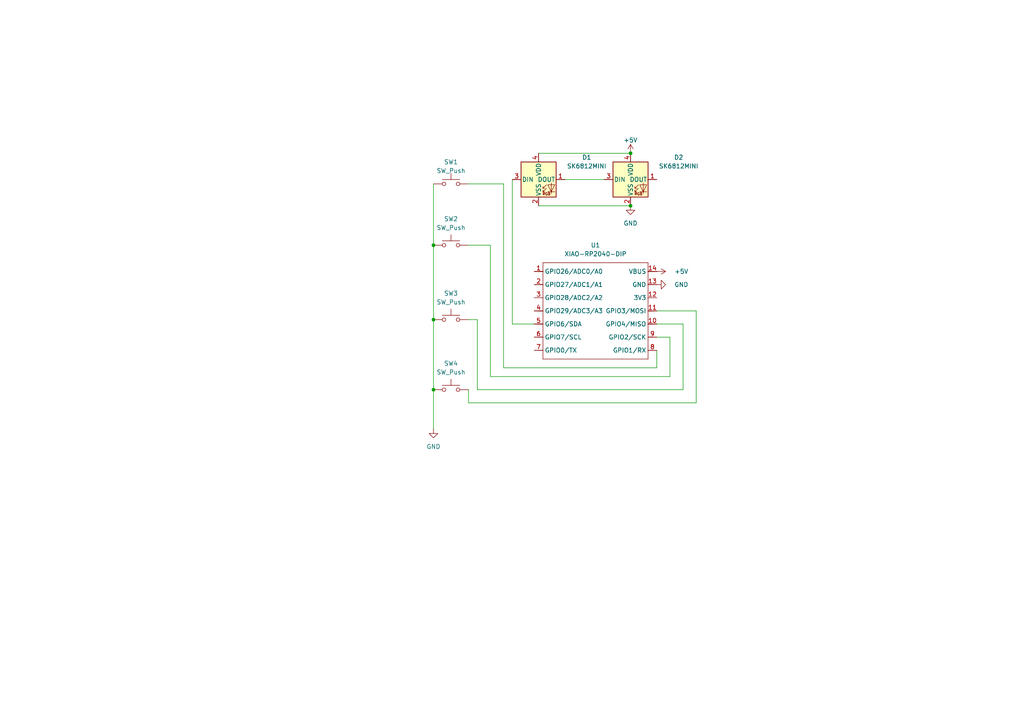
<source format=kicad_sch>
(kicad_sch (version 20250114) (generator "eeschema") (generator_version "9.0")
  (paper "A4")
  (lib_symbols
    (symbol "LED:SK6812MINI" (pin_names (offset 0.254))
      (property "Reference" "D" (at 5.08 5.715 0))
      (property "Value" "SK6812MINI" (at 1.27 -5.715 0))
      (symbol "SK6812MINI_0_0"
        (text "RGB" (at 2.286 -4.191 0) (effects (font (size 0.762 0.762))))
      )
      (symbol "SK6812MINI_0_1"
        (polyline (pts (xy 1.27 -2.54) (xy 1.778 -2.54)))
        (polyline (pts (xy 1.27 -3.556) (xy 1.778 -3.556)))
        (polyline (pts (xy 2.286 -1.524) (xy 1.27 -2.54) (xy 1.27 -2.032)))
        (polyline (pts (xy 2.286 -2.54) (xy 1.27 -3.556) (xy 1.27 -3.048)))
        (polyline (pts (xy 3.683 -1.016) (xy 3.683 -3.556) (xy 3.683 -4.064)))
        (polyline (pts (xy 4.699 -1.524) (xy 2.667 -1.524) (xy 3.683 -3.556) (xy 4.699 -1.524)))
        (polyline (pts (xy 4.699 -3.556) (xy 2.667 -3.556)))
        (rectangle (start 5.08 5.08) (end -5.08 -5.08) (stroke (width 0.254)) (fill (type background)))
      )
      (symbol "SK6812MINI_1_1"
        (pin input line (at -7.62 0 0) (length 2.54) (name "DIN") (number "3"))
        (pin power_in line (at 0 7.62 270) (length 2.54) (name "VDD") (number "4"))
        (pin power_in line (at 0 -7.62 90) (length 2.54) (name "VSS") (number "2"))
        (pin output line (at 7.62 0 180) (length 2.54) (name "DOUT") (number "1"))
      )
    )
    (symbol "SSHub_symbol:XIAO-RP2040-DIP"
      (property "Reference" "U" (at 0 0 0))
      (property "Value" "XIAO-RP2040-DIP" (at 5.334 -1.778 0))
      (symbol "XIAO-RP2040-DIP_1_0"
        (polyline (pts (xy -1.27 -2.54) (xy 29.21 -2.54)) (stroke (width 0.1524)))
        (polyline (pts (xy -1.27 -5.08) (xy -2.54 -5.08)) (stroke (width 0.1524)))
        (polyline (pts (xy -1.27 -5.08) (xy -1.27 -2.54)) (stroke (width 0.1524)))
        (polyline (pts (xy -1.27 -8.89) (xy -2.54 -8.89)) (stroke (width 0.1524)))
        (polyline (pts (xy -1.27 -8.89) (xy -1.27 -5.08)) (stroke (width 0.1524)))
        (polyline (pts (xy -1.27 -12.7) (xy -2.54 -12.7)) (stroke (width 0.1524)))
        (polyline (pts (xy -1.27 -12.7) (xy -1.27 -8.89)) (stroke (width 0.1524)))
        (polyline (pts (xy -1.27 -16.51) (xy -2.54 -16.51)) (stroke (width 0.1524)))
        (polyline (pts (xy -1.27 -16.51) (xy -1.27 -12.7)) (stroke (width 0.1524)))
        (polyline (pts (xy -1.27 -20.32) (xy -2.54 -20.32)) (stroke (width 0.1524)))
        (polyline (pts (xy -1.27 -24.13) (xy -2.54 -24.13)) (stroke (width 0.1524)))
        (polyline (pts (xy -1.27 -27.94) (xy -2.54 -27.94)) (stroke (width 0.1524)))
        (polyline (pts (xy -1.27 -30.48) (xy -1.27 -16.51)) (stroke (width 0.1524)))
        (polyline (pts (xy 29.21 -2.54) (xy 29.21 -5.08)) (stroke (width 0.1524)))
        (polyline (pts (xy 29.21 -5.08) (xy 29.21 -8.89)) (stroke (width 0.1524)))
        (polyline (pts (xy 29.21 -8.89) (xy 29.21 -12.7)) (stroke (width 0.1524)))
        (polyline (pts (xy 29.21 -12.7) (xy 29.21 -30.48)) (stroke (width 0.1524)))
        (polyline (pts (xy 29.21 -30.48) (xy -1.27 -30.48)) (stroke (width 0.1524)))
        (polyline (pts (xy 30.48 -5.08) (xy 29.21 -5.08)) (stroke (width 0.1524)))
        (polyline (pts (xy 30.48 -8.89) (xy 29.21 -8.89)) (stroke (width 0.1524)))
        (polyline (pts (xy 30.48 -12.7) (xy 29.21 -12.7)) (stroke (width 0.1524)))
        (polyline (pts (xy 30.48 -16.51) (xy 29.21 -16.51)) (stroke (width 0.1524)))
        (polyline (pts (xy 30.48 -20.32) (xy 29.21 -20.32)) (stroke (width 0.1524)))
        (polyline (pts (xy 30.48 -24.13) (xy 29.21 -24.13)) (stroke (width 0.1524)))
        (polyline (pts (xy 30.48 -27.94) (xy 29.21 -27.94)) (stroke (width 0.1524)))
        (pin passive line (at -3.81 -5.08 0) (length 2.54) (name "GPIO26/ADC0/A0") (number "1"))
        (pin passive line (at -3.81 -8.89 0) (length 2.54) (name "GPIO27/ADC1/A1") (number "2"))
        (pin passive line (at -3.81 -12.7 0) (length 2.54) (name "GPIO28/ADC2/A2") (number "3"))
        (pin passive line (at -3.81 -16.51 0) (length 2.54) (name "GPIO29/ADC3/A3") (number "4"))
        (pin passive line (at -3.81 -20.32 0) (length 2.54) (name "GPIO6/SDA") (number "5"))
        (pin passive line (at -3.81 -24.13 0) (length 2.54) (name "GPIO7/SCL") (number "6"))
        (pin passive line (at -3.81 -27.94 0) (length 2.54) (name "GPIO0/TX") (number "7"))
        (pin passive line (at 31.75 -5.08 180) (length 2.54) (name "VBUS") (number "14"))
        (pin passive line (at 31.75 -8.89 180) (length 2.54) (name "GND") (number "13"))
        (pin passive line (at 31.75 -12.7 180) (length 2.54) (name "3V3") (number "12"))
        (pin passive line (at 31.75 -16.51 180) (length 2.54) (name "GPIO3/MOSI") (number "11"))
        (pin passive line (at 31.75 -20.32 180) (length 2.54) (name "GPIO4/MISO") (number "10"))
        (pin passive line (at 31.75 -24.13 180) (length 2.54) (name "GPIO2/SCK") (number "9"))
        (pin passive line (at 31.75 -27.94 180) (length 2.54) (name "GPIO1/RX") (number "8"))
      )
    )
    (symbol "Switch:SW_Push" (pin_numbers (hide yes)) (pin_names (offset 1.016) (hide yes))
      (property "Reference" "SW" (at 1.27 2.54 0))
      (property "Value" "SW_Push" (at 0 -1.524 0))
      (symbol "SW_Push_0_1"
        (circle (center -2.032 0) (radius 0.508))
        (polyline (pts (xy 0 1.27) (xy 0 3.048)))
        (circle (center 2.032 0) (radius 0.508))
        (polyline (pts (xy 2.54 1.27) (xy -2.54 1.27)))
        (pin passive line (at -5.08 0 0) (length 2.54) (name "1") (number "1"))
        (pin passive line (at 5.08 0 180) (length 2.54) (name "2") (number "2"))
      )
    )
    (symbol "power:+5V" (power) (pin_numbers (hide yes)) (pin_names (offset 0) (hide yes))
      (property "Value" "+5V" (at 0 3.556 0))
      (symbol "+5V_0_1"
        (polyline (pts (xy -0.762 1.27) (xy 0 2.54)))
        (polyline (pts (xy 0 2.54) (xy 0.762 1.27)))
        (polyline (pts (xy 0 0) (xy 0 2.54)))
      )
      (symbol "+5V_1_1"
        (pin power_in line (at 0 0 90) (length 0) (name "~") (number "1"))
      )
    )
    (symbol "power:GND" (power) (pin_numbers (hide yes)) (pin_names (offset 0) (hide yes))
      (property "Value" "GND" (at 0 -3.81 0))
      (symbol "GND_0_1"
        (polyline (pts (xy 0 0) (xy 0 -1.27) (xy 1.27 -1.27) (xy 0 -2.54) (xy -1.27 -1.27) (xy 0 -1.27)))
      )
      (symbol "GND_1_1"
        (pin power_in line (at 0 0 270) (length 0) (name "~") (number "1"))
      )
    )
  )
  (junction (at 125.73 113.03))
  (junction (at 125.73 92.71))
  (junction (at 125.73 71.12))
  (junction (at 182.88 44.45))
  (junction (at 182.88 59.69))
  (wire (pts (xy 156.21 59.69) (xy 182.88 59.69)))
  (wire (pts (xy 135.89 71.12) (xy 142.24 71.12)))
  (wire (pts (xy 194.31 97.79) (xy 190.5 97.79)))
  (wire (pts (xy 198.12 93.98) (xy 190.5 93.98)))
  (wire (pts (xy 201.93 90.17) (xy 190.5 90.17)))
  (wire (pts (xy 198.12 113.03) (xy 198.12 93.98)))
  (wire (pts (xy 138.43 113.03) (xy 198.12 113.03)))
  (wire (pts (xy 146.05 106.68) (xy 190.5 106.68)))
  (wire (pts (xy 146.05 53.34) (xy 146.05 106.68)))
  (wire (pts (xy 125.73 71.12) (xy 125.73 92.71)))
  (wire (pts (xy 142.24 71.12) (xy 142.24 109.22)))
  (wire (pts (xy 163.83 52.07) (xy 175.26 52.07)))
  (wire (pts (xy 138.43 92.71) (xy 138.43 113.03)))
  (wire (pts (xy 125.73 113.03) (xy 125.73 124.46)))
  (wire (pts (xy 142.24 109.22) (xy 194.31 109.22)))
  (wire (pts (xy 156.21 44.45) (xy 182.88 44.45)))
  (wire (pts (xy 201.93 116.84) (xy 201.93 90.17)))
  (wire (pts (xy 135.89 113.03) (xy 135.89 116.84)))
  (wire (pts (xy 135.89 92.71) (xy 138.43 92.71)))
  (wire (pts (xy 148.59 93.98) (xy 154.94 93.98)))
  (wire (pts (xy 135.89 53.34) (xy 146.05 53.34)))
  (wire (pts (xy 125.73 53.34) (xy 125.73 71.12)))
  (wire (pts (xy 194.31 109.22) (xy 194.31 97.79)))
  (wire (pts (xy 135.89 116.84) (xy 201.93 116.84)))
  (wire (pts (xy 190.5 106.68) (xy 190.5 101.6)))
  (wire (pts (xy 125.73 92.71) (xy 125.73 113.03)))
  (wire (pts (xy 148.59 52.07) (xy 148.59 93.98)))
  (symbol (lib_id "Switch:SW_Push") (at 130.81 71.12 0) (unit 1)
    (property "Reference" "SW2" (at 130.81 63.5 0))
    (property "Value" "SW_Push" (at 130.81 66.04 0))
    (property "Footprint" "Button_Switch_Keyboard:SW_Cherry_MX_1.00u_PCB" (effects (hide yes)))
    (property "Description" "Push button switch, generic, two pins" (effects (hide yes)))
  )
  (symbol (lib_id "power:GND") (at 125.73 124.46 0) (unit 1)
    (property "Reference" "#PWR03" (effects (hide yes)))
    (property "Value" "GND" (at 125.73 129.54 0))
    (property "Description" "Power symbol creates a global label with name \"GND\" , ground" (effects (hide yes)))
  )
  (symbol (lib_id "Switch:SW_Push") (at 130.81 53.34 0) (unit 1)
    (property "Reference" "SW1" (at 130.81 46.99 0))
    (property "Value" "SW_Push" (at 130.81 49.53 0))
    (property "Footprint" "Button_Switch_Keyboard:SW_Cherry_MX_1.00u_PCB" (effects (hide yes)))
    (property "Description" "Push button switch, generic, two pins" (effects (hide yes)))
  )
  (symbol (lib_id "LED:SK6812MINI") (at 156.21 52.07 0) (unit 1)
    (property "Reference" "D1" (at 170.18 45.6498 0))
    (property "Value" "SK6812MINI" (at 170.18 48.1898 0))
    (property "Footprint" "LED_SMD:LED_SK6812MINI_PLCC4_3.5x3.5mm_P1.75mm" (effects (hide yes)))
    (property "Datasheet" "https://cdn-shop.adafruit.com/product-files/2686/SK6812MINI_REV.01-1-2.pdf" (effects (hide yes)))
    (property "Description" "RGB LED with integrated controller" (effects (hide yes)))
  )
  (symbol (lib_id "power:GND") (at 190.5 82.55 90) (unit 1)
    (property "Reference" "#PWR05" (effects (hide yes)))
    (property "Value" "GND" (at 195.58 82.5499 90) (effects (justify right)))
    (property "Description" "Power symbol creates a global label with name \"GND\" , ground" (effects (hide yes)))
  )
  (symbol (lib_id "LED:SK6812MINI") (at 182.88 52.07 0) (unit 1)
    (property "Reference" "D2" (at 196.85 45.6498 0))
    (property "Value" "SK6812MINI" (at 196.85 48.1898 0))
    (property "Footprint" "LED_SMD:LED_SK6812MINI_PLCC4_3.5x3.5mm_P1.75mm" (effects (hide yes)))
    (property "Datasheet" "https://cdn-shop.adafruit.com/product-files/2686/SK6812MINI_REV.01-1-2.pdf" (effects (hide yes)))
    (property "Description" "RGB LED with integrated controller" (effects (hide yes)))
  )
  (symbol (lib_id "SSHub_symbol:XIAO-RP2040-DIP") (at 158.75 73.66 0) (unit 1)
    (property "Reference" "U1" (at 172.72 71.12 0))
    (property "Value" "XIAO-RP2040-DIP" (at 172.72 73.66 0))
    (property "Footprint" "SSHub:XIAO-RP2040-DIP" (effects (hide yes)))
  )
  (symbol (lib_id "power:GND") (at 182.88 59.69 0) (unit 1)
    (property "Reference" "#PWR02" (effects (hide yes)))
    (property "Value" "GND" (at 182.88 64.77 0))
    (property "Description" "Power symbol creates a global label with name \"GND\" , ground" (effects (hide yes)))
  )
  (symbol (lib_id "power:+5V") (at 182.88 44.45 0) (unit 1)
    (property "Reference" "#PWR01" (effects (hide yes)))
    (property "Value" "+5V" (at 182.88 40.64 0))
    (property "Description" "Power symbol creates a global label with name \"+5V\"" (effects (hide yes)))
  )
  (symbol (lib_id "power:+5V") (at 190.5 78.74 270) (unit 1)
    (property "Reference" "#PWR04" (effects (hide yes)))
    (property "Value" "+5V" (at 195.58 78.7399 90) (effects (justify left)))
    (property "Description" "Power symbol creates a global label with name \"+5V\"" (effects (hide yes)))
  )
  (symbol (lib_id "Switch:SW_Push") (at 130.81 113.03 0) (unit 1)
    (property "Reference" "SW4" (at 130.81 105.41 0))
    (property "Value" "SW_Push" (at 130.81 107.95 0))
    (property "Footprint" "Button_Switch_Keyboard:SW_Cherry_MX_1.00u_PCB" (effects (hide yes)))
    (property "Description" "Push button switch, generic, two pins" (effects (hide yes)))
  )
  (symbol (lib_id "Switch:SW_Push") (at 130.81 92.71 0) (unit 1)
    (property "Reference" "SW3" (at 130.81 85.09 0))
    (property "Value" "SW_Push" (at 130.81 87.63 0))
    (property "Footprint" "Button_Switch_Keyboard:SW_Cherry_MX_1.00u_PCB" (effects (hide yes)))
    (property "Description" "Push button switch, generic, two pins" (effects (hide yes)))
  )
)
</source>
